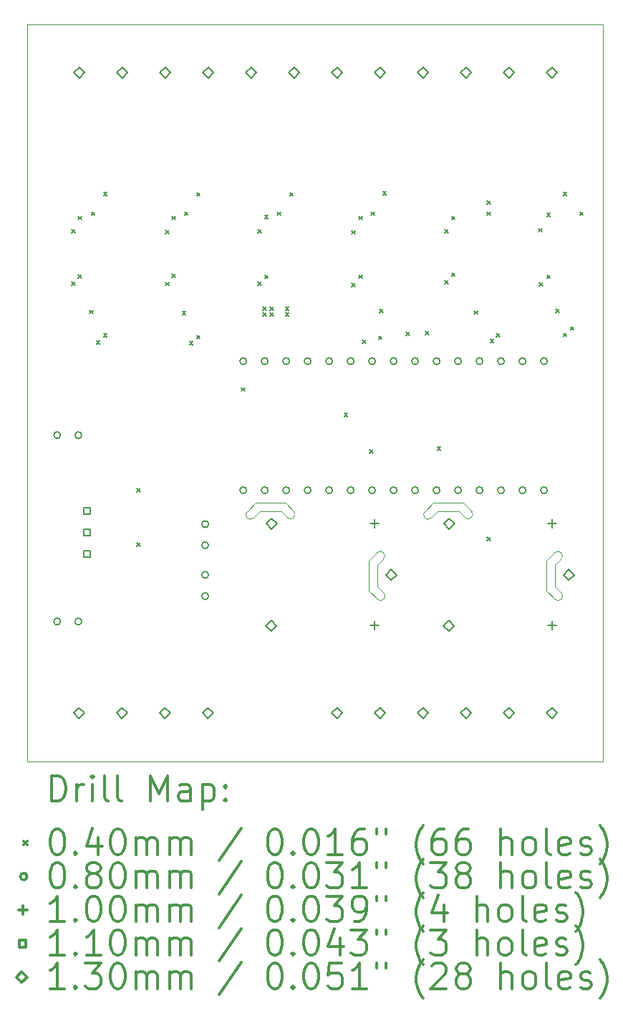
<source format=gbr>
%FSLAX45Y45*%
G04 Gerber Fmt 4.5, Leading zero omitted, Abs format (unit mm)*
G04 Created by KiCad (PCBNEW 5.1.4-e60b266~84~ubuntu18.04.1) date 2019-11-18 12:17:52*
%MOMM*%
%LPD*%
G04 APERTURE LIST*
%ADD10C,0.050000*%
%ADD11C,0.100000*%
%ADD12C,0.200000*%
%ADD13C,0.300000*%
G04 APERTURE END LIST*
D10*
X9135000Y-12685000D02*
X9135000Y-12935000D01*
X9135000Y-12935000D02*
X9185000Y-12985000D01*
X9135000Y-12685000D02*
X9185000Y-12635000D01*
X9210000Y-13010000D02*
G75*
G02X9135000Y-13085000I-35000J-40000D01*
G01*
X9035000Y-12635000D02*
X9135000Y-12535000D01*
X9185000Y-12985000D02*
X9210000Y-13010000D01*
X9135000Y-12535000D02*
G75*
G02X9210000Y-12610000I35000J-40000D01*
G01*
X9210000Y-12610000D02*
X9185000Y-12635000D01*
X9035000Y-12635000D02*
X9035000Y-12985000D01*
X9035000Y-12985000D02*
X9135000Y-13085000D01*
X11235000Y-12685000D02*
X11235000Y-12935000D01*
X11235000Y-12935000D02*
X11285000Y-12985000D01*
X11235000Y-12685000D02*
X11285000Y-12635000D01*
X11310000Y-13010000D02*
G75*
G02X11235000Y-13085000I-35000J-40000D01*
G01*
X11135000Y-12635000D02*
X11235000Y-12535000D01*
X11285000Y-12985000D02*
X11310000Y-13010000D01*
X11235000Y-12535000D02*
G75*
G02X11310000Y-12610000I35000J-40000D01*
G01*
X11310000Y-12610000D02*
X11285000Y-12635000D01*
X11135000Y-12635000D02*
X11135000Y-12985000D01*
X11135000Y-12985000D02*
X11235000Y-13085000D01*
X10100000Y-12050000D02*
X9850000Y-12050000D01*
X9850000Y-12050000D02*
X9800000Y-12100000D01*
X10100000Y-12050000D02*
X10150000Y-12100000D01*
X9775000Y-12125000D02*
G75*
G02X9700000Y-12050000I-40000J35000D01*
G01*
X10150000Y-11950000D02*
X10250000Y-12050000D01*
X9800000Y-12100000D02*
X9775000Y-12125000D01*
X10250000Y-12050000D02*
G75*
G02X10175000Y-12125000I-40000J-35000D01*
G01*
X10175000Y-12125000D02*
X10150000Y-12100000D01*
X10150000Y-11950000D02*
X9800000Y-11950000D01*
X9800000Y-11950000D02*
X9700000Y-12050000D01*
X8150000Y-12050000D02*
G75*
G02X8075000Y-12125000I-40000J-35000D01*
G01*
X7675000Y-12125000D02*
G75*
G02X7600000Y-12050000I-40000J35000D01*
G01*
X7700000Y-12100000D02*
X7675000Y-12125000D01*
X8075000Y-12125000D02*
X8050000Y-12100000D01*
X8050000Y-11950000D02*
X8150000Y-12050000D01*
X7700000Y-11950000D02*
X7600000Y-12050000D01*
X8050000Y-11950000D02*
X7700000Y-11950000D01*
X8000000Y-12050000D02*
X8050000Y-12100000D01*
X7750000Y-12050000D02*
X7700000Y-12100000D01*
X8000000Y-12050000D02*
X7750000Y-12050000D01*
D11*
X5000000Y-6300000D02*
X5000000Y-15000000D01*
X11800000Y-6300000D02*
X5000000Y-6300000D01*
X11800000Y-15000000D02*
X11800000Y-6300000D01*
X5000000Y-15000000D02*
X11800000Y-15000000D01*
D12*
X5525000Y-8725000D02*
X5565000Y-8765000D01*
X5565000Y-8725000D02*
X5525000Y-8765000D01*
X5525000Y-9340000D02*
X5565000Y-9380000D01*
X5565000Y-9340000D02*
X5525000Y-9380000D01*
X5600000Y-8565000D02*
X5640000Y-8605000D01*
X5640000Y-8565000D02*
X5600000Y-8605000D01*
X5600000Y-9255000D02*
X5640000Y-9295000D01*
X5640000Y-9255000D02*
X5600000Y-9295000D01*
X5735000Y-9675000D02*
X5775000Y-9715000D01*
X5775000Y-9675000D02*
X5735000Y-9715000D01*
X5755000Y-8515000D02*
X5795000Y-8555000D01*
X5795000Y-8515000D02*
X5755000Y-8555000D01*
X5815000Y-10035000D02*
X5855000Y-10075000D01*
X5855000Y-10035000D02*
X5815000Y-10075000D01*
X5900000Y-8280000D02*
X5940000Y-8320000D01*
X5940000Y-8280000D02*
X5900000Y-8320000D01*
X5900000Y-9950000D02*
X5940000Y-9990000D01*
X5940000Y-9950000D02*
X5900000Y-9990000D01*
X6295000Y-11780000D02*
X6335000Y-11820000D01*
X6335000Y-11780000D02*
X6295000Y-11820000D01*
X6295000Y-12420000D02*
X6335000Y-12460000D01*
X6335000Y-12420000D02*
X6295000Y-12460000D01*
X6630000Y-8730000D02*
X6670000Y-8770000D01*
X6670000Y-8730000D02*
X6630000Y-8770000D01*
X6630000Y-9345000D02*
X6670000Y-9385000D01*
X6670000Y-9345000D02*
X6630000Y-9385000D01*
X6705000Y-8565000D02*
X6745000Y-8605000D01*
X6745000Y-8565000D02*
X6705000Y-8605000D01*
X6705000Y-9250000D02*
X6745000Y-9290000D01*
X6745000Y-9250000D02*
X6705000Y-9290000D01*
X6830000Y-9685000D02*
X6870000Y-9725000D01*
X6870000Y-9685000D02*
X6830000Y-9725000D01*
X6855000Y-8515000D02*
X6895000Y-8555000D01*
X6895000Y-8515000D02*
X6855000Y-8555000D01*
X6915000Y-10045000D02*
X6955000Y-10085000D01*
X6955000Y-10045000D02*
X6915000Y-10085000D01*
X7000000Y-8285000D02*
X7040000Y-8325000D01*
X7040000Y-8285000D02*
X7000000Y-8325000D01*
X7000000Y-9970000D02*
X7040000Y-10010000D01*
X7040000Y-9970000D02*
X7000000Y-10010000D01*
X7530000Y-10590000D02*
X7570000Y-10630000D01*
X7570000Y-10590000D02*
X7530000Y-10630000D01*
X7725000Y-8725000D02*
X7765000Y-8765000D01*
X7765000Y-8725000D02*
X7725000Y-8765000D01*
X7725000Y-9340000D02*
X7765000Y-9380000D01*
X7765000Y-9340000D02*
X7725000Y-9380000D01*
X7785000Y-9635000D02*
X7825000Y-9675000D01*
X7825000Y-9635000D02*
X7785000Y-9675000D01*
X7785000Y-9705000D02*
X7825000Y-9745000D01*
X7825000Y-9705000D02*
X7785000Y-9745000D01*
X7805000Y-8555000D02*
X7845000Y-8595000D01*
X7845000Y-8555000D02*
X7805000Y-8595000D01*
X7805000Y-9260000D02*
X7845000Y-9300000D01*
X7845000Y-9260000D02*
X7805000Y-9300000D01*
X7865000Y-9635000D02*
X7905000Y-9675000D01*
X7905000Y-9635000D02*
X7865000Y-9675000D01*
X7865000Y-9705000D02*
X7905000Y-9745000D01*
X7905000Y-9705000D02*
X7865000Y-9745000D01*
X7955000Y-8515000D02*
X7995000Y-8555000D01*
X7995000Y-8515000D02*
X7955000Y-8555000D01*
X8050000Y-9635000D02*
X8090000Y-9675000D01*
X8090000Y-9635000D02*
X8050000Y-9675000D01*
X8050000Y-9705000D02*
X8090000Y-9745000D01*
X8090000Y-9705000D02*
X8050000Y-9745000D01*
X8100000Y-8285000D02*
X8140000Y-8325000D01*
X8140000Y-8285000D02*
X8100000Y-8325000D01*
X8745000Y-10890000D02*
X8785000Y-10930000D01*
X8785000Y-10890000D02*
X8745000Y-10930000D01*
X8835000Y-8735000D02*
X8875000Y-8775000D01*
X8875000Y-8735000D02*
X8835000Y-8775000D01*
X8835000Y-9355000D02*
X8875000Y-9395000D01*
X8875000Y-9355000D02*
X8835000Y-9395000D01*
X8915000Y-8565000D02*
X8955000Y-8605000D01*
X8955000Y-8565000D02*
X8915000Y-8605000D01*
X8915000Y-9260000D02*
X8955000Y-9300000D01*
X8955000Y-9260000D02*
X8915000Y-9300000D01*
X8960000Y-10025000D02*
X9000000Y-10065000D01*
X9000000Y-10025000D02*
X8960000Y-10065000D01*
X9045000Y-11320000D02*
X9085000Y-11360000D01*
X9085000Y-11320000D02*
X9045000Y-11360000D01*
X9060000Y-8515000D02*
X9100000Y-8555000D01*
X9100000Y-8515000D02*
X9060000Y-8555000D01*
X9150000Y-9980000D02*
X9190000Y-10020000D01*
X9190000Y-9980000D02*
X9150000Y-10020000D01*
X9165000Y-9665000D02*
X9205000Y-9705000D01*
X9205000Y-9665000D02*
X9165000Y-9705000D01*
X9200000Y-8275000D02*
X9240000Y-8315000D01*
X9240000Y-8275000D02*
X9200000Y-8315000D01*
X9475000Y-9930000D02*
X9515000Y-9970000D01*
X9515000Y-9930000D02*
X9475000Y-9970000D01*
X9705000Y-9925000D02*
X9745000Y-9965000D01*
X9745000Y-9925000D02*
X9705000Y-9965000D01*
X9845000Y-11285000D02*
X9885000Y-11325000D01*
X9885000Y-11285000D02*
X9845000Y-11325000D01*
X9935000Y-8725000D02*
X9975000Y-8765000D01*
X9975000Y-8725000D02*
X9935000Y-8765000D01*
X9935000Y-9325000D02*
X9975000Y-9365000D01*
X9975000Y-9325000D02*
X9935000Y-9365000D01*
X10015000Y-8565000D02*
X10055000Y-8605000D01*
X10055000Y-8565000D02*
X10015000Y-8605000D01*
X10015000Y-9235000D02*
X10055000Y-9275000D01*
X10055000Y-9235000D02*
X10015000Y-9275000D01*
X10282500Y-9682500D02*
X10322500Y-9722500D01*
X10322500Y-9682500D02*
X10282500Y-9722500D01*
X10435000Y-8385000D02*
X10475000Y-8425000D01*
X10475000Y-8385000D02*
X10435000Y-8425000D01*
X10435000Y-8515000D02*
X10475000Y-8555000D01*
X10475000Y-8515000D02*
X10435000Y-8555000D01*
X10435000Y-12355000D02*
X10475000Y-12395000D01*
X10475000Y-12355000D02*
X10435000Y-12395000D01*
X10470000Y-10020000D02*
X10510000Y-10060000D01*
X10510000Y-10020000D02*
X10470000Y-10060000D01*
X10545000Y-9950000D02*
X10585000Y-9990000D01*
X10585000Y-9950000D02*
X10545000Y-9990000D01*
X11045000Y-8710000D02*
X11085000Y-8750000D01*
X11085000Y-8710000D02*
X11045000Y-8750000D01*
X11050000Y-9350000D02*
X11090000Y-9390000D01*
X11090000Y-9350000D02*
X11050000Y-9390000D01*
X11140000Y-8530000D02*
X11180000Y-8570000D01*
X11180000Y-8530000D02*
X11140000Y-8570000D01*
X11140000Y-9260000D02*
X11180000Y-9300000D01*
X11180000Y-9260000D02*
X11140000Y-9300000D01*
X11245000Y-9665000D02*
X11285000Y-9705000D01*
X11285000Y-9665000D02*
X11245000Y-9705000D01*
X11335000Y-8280000D02*
X11375000Y-8320000D01*
X11375000Y-8280000D02*
X11335000Y-8320000D01*
X11335000Y-9945000D02*
X11375000Y-9985000D01*
X11375000Y-9945000D02*
X11335000Y-9985000D01*
X11420000Y-9870000D02*
X11460000Y-9910000D01*
X11460000Y-9870000D02*
X11420000Y-9910000D01*
X11530000Y-8515000D02*
X11570000Y-8555000D01*
X11570000Y-8515000D02*
X11530000Y-8555000D01*
X7140000Y-12800000D02*
G75*
G03X7140000Y-12800000I-40000J0D01*
G01*
X7140000Y-13050000D02*
G75*
G03X7140000Y-13050000I-40000J0D01*
G01*
X7590000Y-10276000D02*
G75*
G03X7590000Y-10276000I-40000J0D01*
G01*
X7590000Y-11800000D02*
G75*
G03X7590000Y-11800000I-40000J0D01*
G01*
X7844000Y-10276000D02*
G75*
G03X7844000Y-10276000I-40000J0D01*
G01*
X7844000Y-11800000D02*
G75*
G03X7844000Y-11800000I-40000J0D01*
G01*
X8098000Y-10276000D02*
G75*
G03X8098000Y-10276000I-40000J0D01*
G01*
X8098000Y-11800000D02*
G75*
G03X8098000Y-11800000I-40000J0D01*
G01*
X8352000Y-10276000D02*
G75*
G03X8352000Y-10276000I-40000J0D01*
G01*
X8352000Y-11800000D02*
G75*
G03X8352000Y-11800000I-40000J0D01*
G01*
X8606000Y-10276000D02*
G75*
G03X8606000Y-10276000I-40000J0D01*
G01*
X8606000Y-11800000D02*
G75*
G03X8606000Y-11800000I-40000J0D01*
G01*
X8860000Y-10276000D02*
G75*
G03X8860000Y-10276000I-40000J0D01*
G01*
X8860000Y-11800000D02*
G75*
G03X8860000Y-11800000I-40000J0D01*
G01*
X9114000Y-10276000D02*
G75*
G03X9114000Y-10276000I-40000J0D01*
G01*
X9114000Y-11800000D02*
G75*
G03X9114000Y-11800000I-40000J0D01*
G01*
X9368000Y-10276000D02*
G75*
G03X9368000Y-10276000I-40000J0D01*
G01*
X9368000Y-11800000D02*
G75*
G03X9368000Y-11800000I-40000J0D01*
G01*
X9622000Y-10276000D02*
G75*
G03X9622000Y-10276000I-40000J0D01*
G01*
X9622000Y-11800000D02*
G75*
G03X9622000Y-11800000I-40000J0D01*
G01*
X9876000Y-10276000D02*
G75*
G03X9876000Y-10276000I-40000J0D01*
G01*
X9876000Y-11800000D02*
G75*
G03X9876000Y-11800000I-40000J0D01*
G01*
X10130000Y-10276000D02*
G75*
G03X10130000Y-10276000I-40000J0D01*
G01*
X10130000Y-11800000D02*
G75*
G03X10130000Y-11800000I-40000J0D01*
G01*
X10384000Y-10276000D02*
G75*
G03X10384000Y-10276000I-40000J0D01*
G01*
X10384000Y-11800000D02*
G75*
G03X10384000Y-11800000I-40000J0D01*
G01*
X10638000Y-10276000D02*
G75*
G03X10638000Y-10276000I-40000J0D01*
G01*
X10638000Y-11800000D02*
G75*
G03X10638000Y-11800000I-40000J0D01*
G01*
X10892000Y-10276000D02*
G75*
G03X10892000Y-10276000I-40000J0D01*
G01*
X10892000Y-11800000D02*
G75*
G03X10892000Y-11800000I-40000J0D01*
G01*
X11146000Y-10276000D02*
G75*
G03X11146000Y-10276000I-40000J0D01*
G01*
X11146000Y-11800000D02*
G75*
G03X11146000Y-11800000I-40000J0D01*
G01*
X7140000Y-12200000D02*
G75*
G03X7140000Y-12200000I-40000J0D01*
G01*
X7140000Y-12450000D02*
G75*
G03X7140000Y-12450000I-40000J0D01*
G01*
X5390000Y-13350000D02*
G75*
G03X5390000Y-13350000I-40000J0D01*
G01*
X5640000Y-13350000D02*
G75*
G03X5640000Y-13350000I-40000J0D01*
G01*
X5390000Y-11150000D02*
G75*
G03X5390000Y-11150000I-40000J0D01*
G01*
X5640000Y-11150000D02*
G75*
G03X5640000Y-11150000I-40000J0D01*
G01*
X9105000Y-12145000D02*
X9105000Y-12245000D01*
X9055000Y-12195000D02*
X9155000Y-12195000D01*
X9105000Y-13345000D02*
X9105000Y-13445000D01*
X9055000Y-13395000D02*
X9155000Y-13395000D01*
X11205000Y-12145000D02*
X11205000Y-12245000D01*
X11155000Y-12195000D02*
X11255000Y-12195000D01*
X11205000Y-13345000D02*
X11205000Y-13445000D01*
X11155000Y-13395000D02*
X11255000Y-13395000D01*
X5738891Y-12080891D02*
X5738891Y-12003109D01*
X5661109Y-12003109D01*
X5661109Y-12080891D01*
X5738891Y-12080891D01*
X5738891Y-12334891D02*
X5738891Y-12257109D01*
X5661109Y-12257109D01*
X5661109Y-12334891D01*
X5738891Y-12334891D01*
X5738891Y-12588891D02*
X5738891Y-12511109D01*
X5661109Y-12511109D01*
X5661109Y-12588891D01*
X5738891Y-12588891D01*
X8660000Y-14495000D02*
X8725000Y-14430000D01*
X8660000Y-14365000D01*
X8595000Y-14430000D01*
X8660000Y-14495000D01*
X9168000Y-14495000D02*
X9233000Y-14430000D01*
X9168000Y-14365000D01*
X9103000Y-14430000D01*
X9168000Y-14495000D01*
X9676000Y-14495000D02*
X9741000Y-14430000D01*
X9676000Y-14365000D01*
X9611000Y-14430000D01*
X9676000Y-14495000D01*
X10184000Y-14495000D02*
X10249000Y-14430000D01*
X10184000Y-14365000D01*
X10119000Y-14430000D01*
X10184000Y-14495000D01*
X10692000Y-14495000D02*
X10757000Y-14430000D01*
X10692000Y-14365000D01*
X10627000Y-14430000D01*
X10692000Y-14495000D01*
X11200000Y-14495000D02*
X11265000Y-14430000D01*
X11200000Y-14365000D01*
X11135000Y-14430000D01*
X11200000Y-14495000D01*
X5610000Y-14495000D02*
X5675000Y-14430000D01*
X5610000Y-14365000D01*
X5545000Y-14430000D01*
X5610000Y-14495000D01*
X6118000Y-14495000D02*
X6183000Y-14430000D01*
X6118000Y-14365000D01*
X6053000Y-14430000D01*
X6118000Y-14495000D01*
X6626000Y-14495000D02*
X6691000Y-14430000D01*
X6626000Y-14365000D01*
X6561000Y-14430000D01*
X6626000Y-14495000D01*
X7134000Y-14495000D02*
X7199000Y-14430000D01*
X7134000Y-14365000D01*
X7069000Y-14430000D01*
X7134000Y-14495000D01*
X5612000Y-6935000D02*
X5677000Y-6870000D01*
X5612000Y-6805000D01*
X5547000Y-6870000D01*
X5612000Y-6935000D01*
X6120000Y-6935000D02*
X6185000Y-6870000D01*
X6120000Y-6805000D01*
X6055000Y-6870000D01*
X6120000Y-6935000D01*
X6628000Y-6935000D02*
X6693000Y-6870000D01*
X6628000Y-6805000D01*
X6563000Y-6870000D01*
X6628000Y-6935000D01*
X7136000Y-6935000D02*
X7201000Y-6870000D01*
X7136000Y-6805000D01*
X7071000Y-6870000D01*
X7136000Y-6935000D01*
X7644000Y-6935000D02*
X7709000Y-6870000D01*
X7644000Y-6805000D01*
X7579000Y-6870000D01*
X7644000Y-6935000D01*
X8152000Y-6935000D02*
X8217000Y-6870000D01*
X8152000Y-6805000D01*
X8087000Y-6870000D01*
X8152000Y-6935000D01*
X8660000Y-6935000D02*
X8725000Y-6870000D01*
X8660000Y-6805000D01*
X8595000Y-6870000D01*
X8660000Y-6935000D01*
X9168000Y-6935000D02*
X9233000Y-6870000D01*
X9168000Y-6805000D01*
X9103000Y-6870000D01*
X9168000Y-6935000D01*
X9676000Y-6935000D02*
X9741000Y-6870000D01*
X9676000Y-6805000D01*
X9611000Y-6870000D01*
X9676000Y-6935000D01*
X10184000Y-6935000D02*
X10249000Y-6870000D01*
X10184000Y-6805000D01*
X10119000Y-6870000D01*
X10184000Y-6935000D01*
X10692000Y-6935000D02*
X10757000Y-6870000D01*
X10692000Y-6805000D01*
X10627000Y-6870000D01*
X10692000Y-6935000D01*
X11200000Y-6935000D02*
X11265000Y-6870000D01*
X11200000Y-6805000D01*
X11135000Y-6870000D01*
X11200000Y-6935000D01*
X7880000Y-13465000D02*
X7945000Y-13400000D01*
X7880000Y-13335000D01*
X7815000Y-13400000D01*
X7880000Y-13465000D01*
X7885000Y-12260000D02*
X7950000Y-12195000D01*
X7885000Y-12130000D01*
X7820000Y-12195000D01*
X7885000Y-12260000D01*
X9300000Y-12865000D02*
X9365000Y-12800000D01*
X9300000Y-12735000D01*
X9235000Y-12800000D01*
X9300000Y-12865000D01*
X9980000Y-13465000D02*
X10045000Y-13400000D01*
X9980000Y-13335000D01*
X9915000Y-13400000D01*
X9980000Y-13465000D01*
X9985000Y-12260000D02*
X10050000Y-12195000D01*
X9985000Y-12130000D01*
X9920000Y-12195000D01*
X9985000Y-12260000D01*
X11400000Y-12865000D02*
X11465000Y-12800000D01*
X11400000Y-12735000D01*
X11335000Y-12800000D01*
X11400000Y-12865000D01*
D13*
X5281428Y-15470714D02*
X5281428Y-15170714D01*
X5352857Y-15170714D01*
X5395714Y-15185000D01*
X5424286Y-15213571D01*
X5438571Y-15242143D01*
X5452857Y-15299286D01*
X5452857Y-15342143D01*
X5438571Y-15399286D01*
X5424286Y-15427857D01*
X5395714Y-15456429D01*
X5352857Y-15470714D01*
X5281428Y-15470714D01*
X5581428Y-15470714D02*
X5581428Y-15270714D01*
X5581428Y-15327857D02*
X5595714Y-15299286D01*
X5610000Y-15285000D01*
X5638571Y-15270714D01*
X5667143Y-15270714D01*
X5767143Y-15470714D02*
X5767143Y-15270714D01*
X5767143Y-15170714D02*
X5752857Y-15185000D01*
X5767143Y-15199286D01*
X5781428Y-15185000D01*
X5767143Y-15170714D01*
X5767143Y-15199286D01*
X5952857Y-15470714D02*
X5924286Y-15456429D01*
X5910000Y-15427857D01*
X5910000Y-15170714D01*
X6110000Y-15470714D02*
X6081428Y-15456429D01*
X6067143Y-15427857D01*
X6067143Y-15170714D01*
X6452857Y-15470714D02*
X6452857Y-15170714D01*
X6552857Y-15385000D01*
X6652857Y-15170714D01*
X6652857Y-15470714D01*
X6924286Y-15470714D02*
X6924286Y-15313571D01*
X6910000Y-15285000D01*
X6881428Y-15270714D01*
X6824286Y-15270714D01*
X6795714Y-15285000D01*
X6924286Y-15456429D02*
X6895714Y-15470714D01*
X6824286Y-15470714D01*
X6795714Y-15456429D01*
X6781428Y-15427857D01*
X6781428Y-15399286D01*
X6795714Y-15370714D01*
X6824286Y-15356429D01*
X6895714Y-15356429D01*
X6924286Y-15342143D01*
X7067143Y-15270714D02*
X7067143Y-15570714D01*
X7067143Y-15285000D02*
X7095714Y-15270714D01*
X7152857Y-15270714D01*
X7181428Y-15285000D01*
X7195714Y-15299286D01*
X7210000Y-15327857D01*
X7210000Y-15413571D01*
X7195714Y-15442143D01*
X7181428Y-15456429D01*
X7152857Y-15470714D01*
X7095714Y-15470714D01*
X7067143Y-15456429D01*
X7338571Y-15442143D02*
X7352857Y-15456429D01*
X7338571Y-15470714D01*
X7324286Y-15456429D01*
X7338571Y-15442143D01*
X7338571Y-15470714D01*
X7338571Y-15285000D02*
X7352857Y-15299286D01*
X7338571Y-15313571D01*
X7324286Y-15299286D01*
X7338571Y-15285000D01*
X7338571Y-15313571D01*
X4955000Y-15945000D02*
X4995000Y-15985000D01*
X4995000Y-15945000D02*
X4955000Y-15985000D01*
X5338571Y-15800714D02*
X5367143Y-15800714D01*
X5395714Y-15815000D01*
X5410000Y-15829286D01*
X5424286Y-15857857D01*
X5438571Y-15915000D01*
X5438571Y-15986429D01*
X5424286Y-16043571D01*
X5410000Y-16072143D01*
X5395714Y-16086429D01*
X5367143Y-16100714D01*
X5338571Y-16100714D01*
X5310000Y-16086429D01*
X5295714Y-16072143D01*
X5281428Y-16043571D01*
X5267143Y-15986429D01*
X5267143Y-15915000D01*
X5281428Y-15857857D01*
X5295714Y-15829286D01*
X5310000Y-15815000D01*
X5338571Y-15800714D01*
X5567143Y-16072143D02*
X5581428Y-16086429D01*
X5567143Y-16100714D01*
X5552857Y-16086429D01*
X5567143Y-16072143D01*
X5567143Y-16100714D01*
X5838571Y-15900714D02*
X5838571Y-16100714D01*
X5767143Y-15786429D02*
X5695714Y-16000714D01*
X5881428Y-16000714D01*
X6052857Y-15800714D02*
X6081428Y-15800714D01*
X6110000Y-15815000D01*
X6124286Y-15829286D01*
X6138571Y-15857857D01*
X6152857Y-15915000D01*
X6152857Y-15986429D01*
X6138571Y-16043571D01*
X6124286Y-16072143D01*
X6110000Y-16086429D01*
X6081428Y-16100714D01*
X6052857Y-16100714D01*
X6024286Y-16086429D01*
X6010000Y-16072143D01*
X5995714Y-16043571D01*
X5981428Y-15986429D01*
X5981428Y-15915000D01*
X5995714Y-15857857D01*
X6010000Y-15829286D01*
X6024286Y-15815000D01*
X6052857Y-15800714D01*
X6281428Y-16100714D02*
X6281428Y-15900714D01*
X6281428Y-15929286D02*
X6295714Y-15915000D01*
X6324286Y-15900714D01*
X6367143Y-15900714D01*
X6395714Y-15915000D01*
X6410000Y-15943571D01*
X6410000Y-16100714D01*
X6410000Y-15943571D02*
X6424286Y-15915000D01*
X6452857Y-15900714D01*
X6495714Y-15900714D01*
X6524286Y-15915000D01*
X6538571Y-15943571D01*
X6538571Y-16100714D01*
X6681428Y-16100714D02*
X6681428Y-15900714D01*
X6681428Y-15929286D02*
X6695714Y-15915000D01*
X6724286Y-15900714D01*
X6767143Y-15900714D01*
X6795714Y-15915000D01*
X6810000Y-15943571D01*
X6810000Y-16100714D01*
X6810000Y-15943571D02*
X6824286Y-15915000D01*
X6852857Y-15900714D01*
X6895714Y-15900714D01*
X6924286Y-15915000D01*
X6938571Y-15943571D01*
X6938571Y-16100714D01*
X7524286Y-15786429D02*
X7267143Y-16172143D01*
X7910000Y-15800714D02*
X7938571Y-15800714D01*
X7967143Y-15815000D01*
X7981428Y-15829286D01*
X7995714Y-15857857D01*
X8010000Y-15915000D01*
X8010000Y-15986429D01*
X7995714Y-16043571D01*
X7981428Y-16072143D01*
X7967143Y-16086429D01*
X7938571Y-16100714D01*
X7910000Y-16100714D01*
X7881428Y-16086429D01*
X7867143Y-16072143D01*
X7852857Y-16043571D01*
X7838571Y-15986429D01*
X7838571Y-15915000D01*
X7852857Y-15857857D01*
X7867143Y-15829286D01*
X7881428Y-15815000D01*
X7910000Y-15800714D01*
X8138571Y-16072143D02*
X8152857Y-16086429D01*
X8138571Y-16100714D01*
X8124286Y-16086429D01*
X8138571Y-16072143D01*
X8138571Y-16100714D01*
X8338571Y-15800714D02*
X8367143Y-15800714D01*
X8395714Y-15815000D01*
X8410000Y-15829286D01*
X8424286Y-15857857D01*
X8438571Y-15915000D01*
X8438571Y-15986429D01*
X8424286Y-16043571D01*
X8410000Y-16072143D01*
X8395714Y-16086429D01*
X8367143Y-16100714D01*
X8338571Y-16100714D01*
X8310000Y-16086429D01*
X8295714Y-16072143D01*
X8281428Y-16043571D01*
X8267143Y-15986429D01*
X8267143Y-15915000D01*
X8281428Y-15857857D01*
X8295714Y-15829286D01*
X8310000Y-15815000D01*
X8338571Y-15800714D01*
X8724286Y-16100714D02*
X8552857Y-16100714D01*
X8638571Y-16100714D02*
X8638571Y-15800714D01*
X8610000Y-15843571D01*
X8581428Y-15872143D01*
X8552857Y-15886429D01*
X8981428Y-15800714D02*
X8924286Y-15800714D01*
X8895714Y-15815000D01*
X8881428Y-15829286D01*
X8852857Y-15872143D01*
X8838571Y-15929286D01*
X8838571Y-16043571D01*
X8852857Y-16072143D01*
X8867143Y-16086429D01*
X8895714Y-16100714D01*
X8952857Y-16100714D01*
X8981428Y-16086429D01*
X8995714Y-16072143D01*
X9010000Y-16043571D01*
X9010000Y-15972143D01*
X8995714Y-15943571D01*
X8981428Y-15929286D01*
X8952857Y-15915000D01*
X8895714Y-15915000D01*
X8867143Y-15929286D01*
X8852857Y-15943571D01*
X8838571Y-15972143D01*
X9124286Y-15800714D02*
X9124286Y-15857857D01*
X9238571Y-15800714D02*
X9238571Y-15857857D01*
X9681428Y-16215000D02*
X9667143Y-16200714D01*
X9638571Y-16157857D01*
X9624286Y-16129286D01*
X9610000Y-16086429D01*
X9595714Y-16015000D01*
X9595714Y-15957857D01*
X9610000Y-15886429D01*
X9624286Y-15843571D01*
X9638571Y-15815000D01*
X9667143Y-15772143D01*
X9681428Y-15757857D01*
X9924286Y-15800714D02*
X9867143Y-15800714D01*
X9838571Y-15815000D01*
X9824286Y-15829286D01*
X9795714Y-15872143D01*
X9781428Y-15929286D01*
X9781428Y-16043571D01*
X9795714Y-16072143D01*
X9810000Y-16086429D01*
X9838571Y-16100714D01*
X9895714Y-16100714D01*
X9924286Y-16086429D01*
X9938571Y-16072143D01*
X9952857Y-16043571D01*
X9952857Y-15972143D01*
X9938571Y-15943571D01*
X9924286Y-15929286D01*
X9895714Y-15915000D01*
X9838571Y-15915000D01*
X9810000Y-15929286D01*
X9795714Y-15943571D01*
X9781428Y-15972143D01*
X10210000Y-15800714D02*
X10152857Y-15800714D01*
X10124286Y-15815000D01*
X10110000Y-15829286D01*
X10081428Y-15872143D01*
X10067143Y-15929286D01*
X10067143Y-16043571D01*
X10081428Y-16072143D01*
X10095714Y-16086429D01*
X10124286Y-16100714D01*
X10181428Y-16100714D01*
X10210000Y-16086429D01*
X10224286Y-16072143D01*
X10238571Y-16043571D01*
X10238571Y-15972143D01*
X10224286Y-15943571D01*
X10210000Y-15929286D01*
X10181428Y-15915000D01*
X10124286Y-15915000D01*
X10095714Y-15929286D01*
X10081428Y-15943571D01*
X10067143Y-15972143D01*
X10595714Y-16100714D02*
X10595714Y-15800714D01*
X10724286Y-16100714D02*
X10724286Y-15943571D01*
X10710000Y-15915000D01*
X10681428Y-15900714D01*
X10638571Y-15900714D01*
X10610000Y-15915000D01*
X10595714Y-15929286D01*
X10910000Y-16100714D02*
X10881428Y-16086429D01*
X10867143Y-16072143D01*
X10852857Y-16043571D01*
X10852857Y-15957857D01*
X10867143Y-15929286D01*
X10881428Y-15915000D01*
X10910000Y-15900714D01*
X10952857Y-15900714D01*
X10981428Y-15915000D01*
X10995714Y-15929286D01*
X11010000Y-15957857D01*
X11010000Y-16043571D01*
X10995714Y-16072143D01*
X10981428Y-16086429D01*
X10952857Y-16100714D01*
X10910000Y-16100714D01*
X11181428Y-16100714D02*
X11152857Y-16086429D01*
X11138571Y-16057857D01*
X11138571Y-15800714D01*
X11410000Y-16086429D02*
X11381428Y-16100714D01*
X11324286Y-16100714D01*
X11295714Y-16086429D01*
X11281428Y-16057857D01*
X11281428Y-15943571D01*
X11295714Y-15915000D01*
X11324286Y-15900714D01*
X11381428Y-15900714D01*
X11410000Y-15915000D01*
X11424286Y-15943571D01*
X11424286Y-15972143D01*
X11281428Y-16000714D01*
X11538571Y-16086429D02*
X11567143Y-16100714D01*
X11624286Y-16100714D01*
X11652857Y-16086429D01*
X11667143Y-16057857D01*
X11667143Y-16043571D01*
X11652857Y-16015000D01*
X11624286Y-16000714D01*
X11581428Y-16000714D01*
X11552857Y-15986429D01*
X11538571Y-15957857D01*
X11538571Y-15943571D01*
X11552857Y-15915000D01*
X11581428Y-15900714D01*
X11624286Y-15900714D01*
X11652857Y-15915000D01*
X11767143Y-16215000D02*
X11781428Y-16200714D01*
X11810000Y-16157857D01*
X11824286Y-16129286D01*
X11838571Y-16086429D01*
X11852857Y-16015000D01*
X11852857Y-15957857D01*
X11838571Y-15886429D01*
X11824286Y-15843571D01*
X11810000Y-15815000D01*
X11781428Y-15772143D01*
X11767143Y-15757857D01*
X4995000Y-16361000D02*
G75*
G03X4995000Y-16361000I-40000J0D01*
G01*
X5338571Y-16196714D02*
X5367143Y-16196714D01*
X5395714Y-16211000D01*
X5410000Y-16225286D01*
X5424286Y-16253857D01*
X5438571Y-16311000D01*
X5438571Y-16382429D01*
X5424286Y-16439571D01*
X5410000Y-16468143D01*
X5395714Y-16482429D01*
X5367143Y-16496714D01*
X5338571Y-16496714D01*
X5310000Y-16482429D01*
X5295714Y-16468143D01*
X5281428Y-16439571D01*
X5267143Y-16382429D01*
X5267143Y-16311000D01*
X5281428Y-16253857D01*
X5295714Y-16225286D01*
X5310000Y-16211000D01*
X5338571Y-16196714D01*
X5567143Y-16468143D02*
X5581428Y-16482429D01*
X5567143Y-16496714D01*
X5552857Y-16482429D01*
X5567143Y-16468143D01*
X5567143Y-16496714D01*
X5752857Y-16325286D02*
X5724286Y-16311000D01*
X5710000Y-16296714D01*
X5695714Y-16268143D01*
X5695714Y-16253857D01*
X5710000Y-16225286D01*
X5724286Y-16211000D01*
X5752857Y-16196714D01*
X5810000Y-16196714D01*
X5838571Y-16211000D01*
X5852857Y-16225286D01*
X5867143Y-16253857D01*
X5867143Y-16268143D01*
X5852857Y-16296714D01*
X5838571Y-16311000D01*
X5810000Y-16325286D01*
X5752857Y-16325286D01*
X5724286Y-16339571D01*
X5710000Y-16353857D01*
X5695714Y-16382429D01*
X5695714Y-16439571D01*
X5710000Y-16468143D01*
X5724286Y-16482429D01*
X5752857Y-16496714D01*
X5810000Y-16496714D01*
X5838571Y-16482429D01*
X5852857Y-16468143D01*
X5867143Y-16439571D01*
X5867143Y-16382429D01*
X5852857Y-16353857D01*
X5838571Y-16339571D01*
X5810000Y-16325286D01*
X6052857Y-16196714D02*
X6081428Y-16196714D01*
X6110000Y-16211000D01*
X6124286Y-16225286D01*
X6138571Y-16253857D01*
X6152857Y-16311000D01*
X6152857Y-16382429D01*
X6138571Y-16439571D01*
X6124286Y-16468143D01*
X6110000Y-16482429D01*
X6081428Y-16496714D01*
X6052857Y-16496714D01*
X6024286Y-16482429D01*
X6010000Y-16468143D01*
X5995714Y-16439571D01*
X5981428Y-16382429D01*
X5981428Y-16311000D01*
X5995714Y-16253857D01*
X6010000Y-16225286D01*
X6024286Y-16211000D01*
X6052857Y-16196714D01*
X6281428Y-16496714D02*
X6281428Y-16296714D01*
X6281428Y-16325286D02*
X6295714Y-16311000D01*
X6324286Y-16296714D01*
X6367143Y-16296714D01*
X6395714Y-16311000D01*
X6410000Y-16339571D01*
X6410000Y-16496714D01*
X6410000Y-16339571D02*
X6424286Y-16311000D01*
X6452857Y-16296714D01*
X6495714Y-16296714D01*
X6524286Y-16311000D01*
X6538571Y-16339571D01*
X6538571Y-16496714D01*
X6681428Y-16496714D02*
X6681428Y-16296714D01*
X6681428Y-16325286D02*
X6695714Y-16311000D01*
X6724286Y-16296714D01*
X6767143Y-16296714D01*
X6795714Y-16311000D01*
X6810000Y-16339571D01*
X6810000Y-16496714D01*
X6810000Y-16339571D02*
X6824286Y-16311000D01*
X6852857Y-16296714D01*
X6895714Y-16296714D01*
X6924286Y-16311000D01*
X6938571Y-16339571D01*
X6938571Y-16496714D01*
X7524286Y-16182429D02*
X7267143Y-16568143D01*
X7910000Y-16196714D02*
X7938571Y-16196714D01*
X7967143Y-16211000D01*
X7981428Y-16225286D01*
X7995714Y-16253857D01*
X8010000Y-16311000D01*
X8010000Y-16382429D01*
X7995714Y-16439571D01*
X7981428Y-16468143D01*
X7967143Y-16482429D01*
X7938571Y-16496714D01*
X7910000Y-16496714D01*
X7881428Y-16482429D01*
X7867143Y-16468143D01*
X7852857Y-16439571D01*
X7838571Y-16382429D01*
X7838571Y-16311000D01*
X7852857Y-16253857D01*
X7867143Y-16225286D01*
X7881428Y-16211000D01*
X7910000Y-16196714D01*
X8138571Y-16468143D02*
X8152857Y-16482429D01*
X8138571Y-16496714D01*
X8124286Y-16482429D01*
X8138571Y-16468143D01*
X8138571Y-16496714D01*
X8338571Y-16196714D02*
X8367143Y-16196714D01*
X8395714Y-16211000D01*
X8410000Y-16225286D01*
X8424286Y-16253857D01*
X8438571Y-16311000D01*
X8438571Y-16382429D01*
X8424286Y-16439571D01*
X8410000Y-16468143D01*
X8395714Y-16482429D01*
X8367143Y-16496714D01*
X8338571Y-16496714D01*
X8310000Y-16482429D01*
X8295714Y-16468143D01*
X8281428Y-16439571D01*
X8267143Y-16382429D01*
X8267143Y-16311000D01*
X8281428Y-16253857D01*
X8295714Y-16225286D01*
X8310000Y-16211000D01*
X8338571Y-16196714D01*
X8538571Y-16196714D02*
X8724286Y-16196714D01*
X8624286Y-16311000D01*
X8667143Y-16311000D01*
X8695714Y-16325286D01*
X8710000Y-16339571D01*
X8724286Y-16368143D01*
X8724286Y-16439571D01*
X8710000Y-16468143D01*
X8695714Y-16482429D01*
X8667143Y-16496714D01*
X8581428Y-16496714D01*
X8552857Y-16482429D01*
X8538571Y-16468143D01*
X9010000Y-16496714D02*
X8838571Y-16496714D01*
X8924286Y-16496714D02*
X8924286Y-16196714D01*
X8895714Y-16239571D01*
X8867143Y-16268143D01*
X8838571Y-16282429D01*
X9124286Y-16196714D02*
X9124286Y-16253857D01*
X9238571Y-16196714D02*
X9238571Y-16253857D01*
X9681428Y-16611000D02*
X9667143Y-16596714D01*
X9638571Y-16553857D01*
X9624286Y-16525286D01*
X9610000Y-16482429D01*
X9595714Y-16411000D01*
X9595714Y-16353857D01*
X9610000Y-16282429D01*
X9624286Y-16239571D01*
X9638571Y-16211000D01*
X9667143Y-16168143D01*
X9681428Y-16153857D01*
X9767143Y-16196714D02*
X9952857Y-16196714D01*
X9852857Y-16311000D01*
X9895714Y-16311000D01*
X9924286Y-16325286D01*
X9938571Y-16339571D01*
X9952857Y-16368143D01*
X9952857Y-16439571D01*
X9938571Y-16468143D01*
X9924286Y-16482429D01*
X9895714Y-16496714D01*
X9810000Y-16496714D01*
X9781428Y-16482429D01*
X9767143Y-16468143D01*
X10124286Y-16325286D02*
X10095714Y-16311000D01*
X10081428Y-16296714D01*
X10067143Y-16268143D01*
X10067143Y-16253857D01*
X10081428Y-16225286D01*
X10095714Y-16211000D01*
X10124286Y-16196714D01*
X10181428Y-16196714D01*
X10210000Y-16211000D01*
X10224286Y-16225286D01*
X10238571Y-16253857D01*
X10238571Y-16268143D01*
X10224286Y-16296714D01*
X10210000Y-16311000D01*
X10181428Y-16325286D01*
X10124286Y-16325286D01*
X10095714Y-16339571D01*
X10081428Y-16353857D01*
X10067143Y-16382429D01*
X10067143Y-16439571D01*
X10081428Y-16468143D01*
X10095714Y-16482429D01*
X10124286Y-16496714D01*
X10181428Y-16496714D01*
X10210000Y-16482429D01*
X10224286Y-16468143D01*
X10238571Y-16439571D01*
X10238571Y-16382429D01*
X10224286Y-16353857D01*
X10210000Y-16339571D01*
X10181428Y-16325286D01*
X10595714Y-16496714D02*
X10595714Y-16196714D01*
X10724286Y-16496714D02*
X10724286Y-16339571D01*
X10710000Y-16311000D01*
X10681428Y-16296714D01*
X10638571Y-16296714D01*
X10610000Y-16311000D01*
X10595714Y-16325286D01*
X10910000Y-16496714D02*
X10881428Y-16482429D01*
X10867143Y-16468143D01*
X10852857Y-16439571D01*
X10852857Y-16353857D01*
X10867143Y-16325286D01*
X10881428Y-16311000D01*
X10910000Y-16296714D01*
X10952857Y-16296714D01*
X10981428Y-16311000D01*
X10995714Y-16325286D01*
X11010000Y-16353857D01*
X11010000Y-16439571D01*
X10995714Y-16468143D01*
X10981428Y-16482429D01*
X10952857Y-16496714D01*
X10910000Y-16496714D01*
X11181428Y-16496714D02*
X11152857Y-16482429D01*
X11138571Y-16453857D01*
X11138571Y-16196714D01*
X11410000Y-16482429D02*
X11381428Y-16496714D01*
X11324286Y-16496714D01*
X11295714Y-16482429D01*
X11281428Y-16453857D01*
X11281428Y-16339571D01*
X11295714Y-16311000D01*
X11324286Y-16296714D01*
X11381428Y-16296714D01*
X11410000Y-16311000D01*
X11424286Y-16339571D01*
X11424286Y-16368143D01*
X11281428Y-16396714D01*
X11538571Y-16482429D02*
X11567143Y-16496714D01*
X11624286Y-16496714D01*
X11652857Y-16482429D01*
X11667143Y-16453857D01*
X11667143Y-16439571D01*
X11652857Y-16411000D01*
X11624286Y-16396714D01*
X11581428Y-16396714D01*
X11552857Y-16382429D01*
X11538571Y-16353857D01*
X11538571Y-16339571D01*
X11552857Y-16311000D01*
X11581428Y-16296714D01*
X11624286Y-16296714D01*
X11652857Y-16311000D01*
X11767143Y-16611000D02*
X11781428Y-16596714D01*
X11810000Y-16553857D01*
X11824286Y-16525286D01*
X11838571Y-16482429D01*
X11852857Y-16411000D01*
X11852857Y-16353857D01*
X11838571Y-16282429D01*
X11824286Y-16239571D01*
X11810000Y-16211000D01*
X11781428Y-16168143D01*
X11767143Y-16153857D01*
X4945000Y-16707000D02*
X4945000Y-16807000D01*
X4895000Y-16757000D02*
X4995000Y-16757000D01*
X5438571Y-16892714D02*
X5267143Y-16892714D01*
X5352857Y-16892714D02*
X5352857Y-16592714D01*
X5324286Y-16635571D01*
X5295714Y-16664143D01*
X5267143Y-16678429D01*
X5567143Y-16864143D02*
X5581428Y-16878429D01*
X5567143Y-16892714D01*
X5552857Y-16878429D01*
X5567143Y-16864143D01*
X5567143Y-16892714D01*
X5767143Y-16592714D02*
X5795714Y-16592714D01*
X5824286Y-16607000D01*
X5838571Y-16621286D01*
X5852857Y-16649857D01*
X5867143Y-16707000D01*
X5867143Y-16778429D01*
X5852857Y-16835572D01*
X5838571Y-16864143D01*
X5824286Y-16878429D01*
X5795714Y-16892714D01*
X5767143Y-16892714D01*
X5738571Y-16878429D01*
X5724286Y-16864143D01*
X5710000Y-16835572D01*
X5695714Y-16778429D01*
X5695714Y-16707000D01*
X5710000Y-16649857D01*
X5724286Y-16621286D01*
X5738571Y-16607000D01*
X5767143Y-16592714D01*
X6052857Y-16592714D02*
X6081428Y-16592714D01*
X6110000Y-16607000D01*
X6124286Y-16621286D01*
X6138571Y-16649857D01*
X6152857Y-16707000D01*
X6152857Y-16778429D01*
X6138571Y-16835572D01*
X6124286Y-16864143D01*
X6110000Y-16878429D01*
X6081428Y-16892714D01*
X6052857Y-16892714D01*
X6024286Y-16878429D01*
X6010000Y-16864143D01*
X5995714Y-16835572D01*
X5981428Y-16778429D01*
X5981428Y-16707000D01*
X5995714Y-16649857D01*
X6010000Y-16621286D01*
X6024286Y-16607000D01*
X6052857Y-16592714D01*
X6281428Y-16892714D02*
X6281428Y-16692714D01*
X6281428Y-16721286D02*
X6295714Y-16707000D01*
X6324286Y-16692714D01*
X6367143Y-16692714D01*
X6395714Y-16707000D01*
X6410000Y-16735571D01*
X6410000Y-16892714D01*
X6410000Y-16735571D02*
X6424286Y-16707000D01*
X6452857Y-16692714D01*
X6495714Y-16692714D01*
X6524286Y-16707000D01*
X6538571Y-16735571D01*
X6538571Y-16892714D01*
X6681428Y-16892714D02*
X6681428Y-16692714D01*
X6681428Y-16721286D02*
X6695714Y-16707000D01*
X6724286Y-16692714D01*
X6767143Y-16692714D01*
X6795714Y-16707000D01*
X6810000Y-16735571D01*
X6810000Y-16892714D01*
X6810000Y-16735571D02*
X6824286Y-16707000D01*
X6852857Y-16692714D01*
X6895714Y-16692714D01*
X6924286Y-16707000D01*
X6938571Y-16735571D01*
X6938571Y-16892714D01*
X7524286Y-16578429D02*
X7267143Y-16964143D01*
X7910000Y-16592714D02*
X7938571Y-16592714D01*
X7967143Y-16607000D01*
X7981428Y-16621286D01*
X7995714Y-16649857D01*
X8010000Y-16707000D01*
X8010000Y-16778429D01*
X7995714Y-16835572D01*
X7981428Y-16864143D01*
X7967143Y-16878429D01*
X7938571Y-16892714D01*
X7910000Y-16892714D01*
X7881428Y-16878429D01*
X7867143Y-16864143D01*
X7852857Y-16835572D01*
X7838571Y-16778429D01*
X7838571Y-16707000D01*
X7852857Y-16649857D01*
X7867143Y-16621286D01*
X7881428Y-16607000D01*
X7910000Y-16592714D01*
X8138571Y-16864143D02*
X8152857Y-16878429D01*
X8138571Y-16892714D01*
X8124286Y-16878429D01*
X8138571Y-16864143D01*
X8138571Y-16892714D01*
X8338571Y-16592714D02*
X8367143Y-16592714D01*
X8395714Y-16607000D01*
X8410000Y-16621286D01*
X8424286Y-16649857D01*
X8438571Y-16707000D01*
X8438571Y-16778429D01*
X8424286Y-16835572D01*
X8410000Y-16864143D01*
X8395714Y-16878429D01*
X8367143Y-16892714D01*
X8338571Y-16892714D01*
X8310000Y-16878429D01*
X8295714Y-16864143D01*
X8281428Y-16835572D01*
X8267143Y-16778429D01*
X8267143Y-16707000D01*
X8281428Y-16649857D01*
X8295714Y-16621286D01*
X8310000Y-16607000D01*
X8338571Y-16592714D01*
X8538571Y-16592714D02*
X8724286Y-16592714D01*
X8624286Y-16707000D01*
X8667143Y-16707000D01*
X8695714Y-16721286D01*
X8710000Y-16735571D01*
X8724286Y-16764143D01*
X8724286Y-16835572D01*
X8710000Y-16864143D01*
X8695714Y-16878429D01*
X8667143Y-16892714D01*
X8581428Y-16892714D01*
X8552857Y-16878429D01*
X8538571Y-16864143D01*
X8867143Y-16892714D02*
X8924286Y-16892714D01*
X8952857Y-16878429D01*
X8967143Y-16864143D01*
X8995714Y-16821286D01*
X9010000Y-16764143D01*
X9010000Y-16649857D01*
X8995714Y-16621286D01*
X8981428Y-16607000D01*
X8952857Y-16592714D01*
X8895714Y-16592714D01*
X8867143Y-16607000D01*
X8852857Y-16621286D01*
X8838571Y-16649857D01*
X8838571Y-16721286D01*
X8852857Y-16749857D01*
X8867143Y-16764143D01*
X8895714Y-16778429D01*
X8952857Y-16778429D01*
X8981428Y-16764143D01*
X8995714Y-16749857D01*
X9010000Y-16721286D01*
X9124286Y-16592714D02*
X9124286Y-16649857D01*
X9238571Y-16592714D02*
X9238571Y-16649857D01*
X9681428Y-17007000D02*
X9667143Y-16992714D01*
X9638571Y-16949857D01*
X9624286Y-16921286D01*
X9610000Y-16878429D01*
X9595714Y-16807000D01*
X9595714Y-16749857D01*
X9610000Y-16678429D01*
X9624286Y-16635571D01*
X9638571Y-16607000D01*
X9667143Y-16564143D01*
X9681428Y-16549857D01*
X9924286Y-16692714D02*
X9924286Y-16892714D01*
X9852857Y-16578429D02*
X9781428Y-16792714D01*
X9967143Y-16792714D01*
X10310000Y-16892714D02*
X10310000Y-16592714D01*
X10438571Y-16892714D02*
X10438571Y-16735571D01*
X10424286Y-16707000D01*
X10395714Y-16692714D01*
X10352857Y-16692714D01*
X10324286Y-16707000D01*
X10310000Y-16721286D01*
X10624286Y-16892714D02*
X10595714Y-16878429D01*
X10581428Y-16864143D01*
X10567143Y-16835572D01*
X10567143Y-16749857D01*
X10581428Y-16721286D01*
X10595714Y-16707000D01*
X10624286Y-16692714D01*
X10667143Y-16692714D01*
X10695714Y-16707000D01*
X10710000Y-16721286D01*
X10724286Y-16749857D01*
X10724286Y-16835572D01*
X10710000Y-16864143D01*
X10695714Y-16878429D01*
X10667143Y-16892714D01*
X10624286Y-16892714D01*
X10895714Y-16892714D02*
X10867143Y-16878429D01*
X10852857Y-16849857D01*
X10852857Y-16592714D01*
X11124286Y-16878429D02*
X11095714Y-16892714D01*
X11038571Y-16892714D01*
X11010000Y-16878429D01*
X10995714Y-16849857D01*
X10995714Y-16735571D01*
X11010000Y-16707000D01*
X11038571Y-16692714D01*
X11095714Y-16692714D01*
X11124286Y-16707000D01*
X11138571Y-16735571D01*
X11138571Y-16764143D01*
X10995714Y-16792714D01*
X11252857Y-16878429D02*
X11281428Y-16892714D01*
X11338571Y-16892714D01*
X11367143Y-16878429D01*
X11381428Y-16849857D01*
X11381428Y-16835572D01*
X11367143Y-16807000D01*
X11338571Y-16792714D01*
X11295714Y-16792714D01*
X11267143Y-16778429D01*
X11252857Y-16749857D01*
X11252857Y-16735571D01*
X11267143Y-16707000D01*
X11295714Y-16692714D01*
X11338571Y-16692714D01*
X11367143Y-16707000D01*
X11481428Y-17007000D02*
X11495714Y-16992714D01*
X11524286Y-16949857D01*
X11538571Y-16921286D01*
X11552857Y-16878429D01*
X11567143Y-16807000D01*
X11567143Y-16749857D01*
X11552857Y-16678429D01*
X11538571Y-16635571D01*
X11524286Y-16607000D01*
X11495714Y-16564143D01*
X11481428Y-16549857D01*
X4978891Y-17191891D02*
X4978891Y-17114109D01*
X4901109Y-17114109D01*
X4901109Y-17191891D01*
X4978891Y-17191891D01*
X5438571Y-17288714D02*
X5267143Y-17288714D01*
X5352857Y-17288714D02*
X5352857Y-16988714D01*
X5324286Y-17031572D01*
X5295714Y-17060143D01*
X5267143Y-17074429D01*
X5567143Y-17260143D02*
X5581428Y-17274429D01*
X5567143Y-17288714D01*
X5552857Y-17274429D01*
X5567143Y-17260143D01*
X5567143Y-17288714D01*
X5867143Y-17288714D02*
X5695714Y-17288714D01*
X5781428Y-17288714D02*
X5781428Y-16988714D01*
X5752857Y-17031572D01*
X5724286Y-17060143D01*
X5695714Y-17074429D01*
X6052857Y-16988714D02*
X6081428Y-16988714D01*
X6110000Y-17003000D01*
X6124286Y-17017286D01*
X6138571Y-17045857D01*
X6152857Y-17103000D01*
X6152857Y-17174429D01*
X6138571Y-17231572D01*
X6124286Y-17260143D01*
X6110000Y-17274429D01*
X6081428Y-17288714D01*
X6052857Y-17288714D01*
X6024286Y-17274429D01*
X6010000Y-17260143D01*
X5995714Y-17231572D01*
X5981428Y-17174429D01*
X5981428Y-17103000D01*
X5995714Y-17045857D01*
X6010000Y-17017286D01*
X6024286Y-17003000D01*
X6052857Y-16988714D01*
X6281428Y-17288714D02*
X6281428Y-17088714D01*
X6281428Y-17117286D02*
X6295714Y-17103000D01*
X6324286Y-17088714D01*
X6367143Y-17088714D01*
X6395714Y-17103000D01*
X6410000Y-17131572D01*
X6410000Y-17288714D01*
X6410000Y-17131572D02*
X6424286Y-17103000D01*
X6452857Y-17088714D01*
X6495714Y-17088714D01*
X6524286Y-17103000D01*
X6538571Y-17131572D01*
X6538571Y-17288714D01*
X6681428Y-17288714D02*
X6681428Y-17088714D01*
X6681428Y-17117286D02*
X6695714Y-17103000D01*
X6724286Y-17088714D01*
X6767143Y-17088714D01*
X6795714Y-17103000D01*
X6810000Y-17131572D01*
X6810000Y-17288714D01*
X6810000Y-17131572D02*
X6824286Y-17103000D01*
X6852857Y-17088714D01*
X6895714Y-17088714D01*
X6924286Y-17103000D01*
X6938571Y-17131572D01*
X6938571Y-17288714D01*
X7524286Y-16974429D02*
X7267143Y-17360143D01*
X7910000Y-16988714D02*
X7938571Y-16988714D01*
X7967143Y-17003000D01*
X7981428Y-17017286D01*
X7995714Y-17045857D01*
X8010000Y-17103000D01*
X8010000Y-17174429D01*
X7995714Y-17231572D01*
X7981428Y-17260143D01*
X7967143Y-17274429D01*
X7938571Y-17288714D01*
X7910000Y-17288714D01*
X7881428Y-17274429D01*
X7867143Y-17260143D01*
X7852857Y-17231572D01*
X7838571Y-17174429D01*
X7838571Y-17103000D01*
X7852857Y-17045857D01*
X7867143Y-17017286D01*
X7881428Y-17003000D01*
X7910000Y-16988714D01*
X8138571Y-17260143D02*
X8152857Y-17274429D01*
X8138571Y-17288714D01*
X8124286Y-17274429D01*
X8138571Y-17260143D01*
X8138571Y-17288714D01*
X8338571Y-16988714D02*
X8367143Y-16988714D01*
X8395714Y-17003000D01*
X8410000Y-17017286D01*
X8424286Y-17045857D01*
X8438571Y-17103000D01*
X8438571Y-17174429D01*
X8424286Y-17231572D01*
X8410000Y-17260143D01*
X8395714Y-17274429D01*
X8367143Y-17288714D01*
X8338571Y-17288714D01*
X8310000Y-17274429D01*
X8295714Y-17260143D01*
X8281428Y-17231572D01*
X8267143Y-17174429D01*
X8267143Y-17103000D01*
X8281428Y-17045857D01*
X8295714Y-17017286D01*
X8310000Y-17003000D01*
X8338571Y-16988714D01*
X8695714Y-17088714D02*
X8695714Y-17288714D01*
X8624286Y-16974429D02*
X8552857Y-17188714D01*
X8738571Y-17188714D01*
X8824286Y-16988714D02*
X9010000Y-16988714D01*
X8910000Y-17103000D01*
X8952857Y-17103000D01*
X8981428Y-17117286D01*
X8995714Y-17131572D01*
X9010000Y-17160143D01*
X9010000Y-17231572D01*
X8995714Y-17260143D01*
X8981428Y-17274429D01*
X8952857Y-17288714D01*
X8867143Y-17288714D01*
X8838571Y-17274429D01*
X8824286Y-17260143D01*
X9124286Y-16988714D02*
X9124286Y-17045857D01*
X9238571Y-16988714D02*
X9238571Y-17045857D01*
X9681428Y-17403000D02*
X9667143Y-17388714D01*
X9638571Y-17345857D01*
X9624286Y-17317286D01*
X9610000Y-17274429D01*
X9595714Y-17203000D01*
X9595714Y-17145857D01*
X9610000Y-17074429D01*
X9624286Y-17031572D01*
X9638571Y-17003000D01*
X9667143Y-16960143D01*
X9681428Y-16945857D01*
X9767143Y-16988714D02*
X9952857Y-16988714D01*
X9852857Y-17103000D01*
X9895714Y-17103000D01*
X9924286Y-17117286D01*
X9938571Y-17131572D01*
X9952857Y-17160143D01*
X9952857Y-17231572D01*
X9938571Y-17260143D01*
X9924286Y-17274429D01*
X9895714Y-17288714D01*
X9810000Y-17288714D01*
X9781428Y-17274429D01*
X9767143Y-17260143D01*
X10310000Y-17288714D02*
X10310000Y-16988714D01*
X10438571Y-17288714D02*
X10438571Y-17131572D01*
X10424286Y-17103000D01*
X10395714Y-17088714D01*
X10352857Y-17088714D01*
X10324286Y-17103000D01*
X10310000Y-17117286D01*
X10624286Y-17288714D02*
X10595714Y-17274429D01*
X10581428Y-17260143D01*
X10567143Y-17231572D01*
X10567143Y-17145857D01*
X10581428Y-17117286D01*
X10595714Y-17103000D01*
X10624286Y-17088714D01*
X10667143Y-17088714D01*
X10695714Y-17103000D01*
X10710000Y-17117286D01*
X10724286Y-17145857D01*
X10724286Y-17231572D01*
X10710000Y-17260143D01*
X10695714Y-17274429D01*
X10667143Y-17288714D01*
X10624286Y-17288714D01*
X10895714Y-17288714D02*
X10867143Y-17274429D01*
X10852857Y-17245857D01*
X10852857Y-16988714D01*
X11124286Y-17274429D02*
X11095714Y-17288714D01*
X11038571Y-17288714D01*
X11010000Y-17274429D01*
X10995714Y-17245857D01*
X10995714Y-17131572D01*
X11010000Y-17103000D01*
X11038571Y-17088714D01*
X11095714Y-17088714D01*
X11124286Y-17103000D01*
X11138571Y-17131572D01*
X11138571Y-17160143D01*
X10995714Y-17188714D01*
X11252857Y-17274429D02*
X11281428Y-17288714D01*
X11338571Y-17288714D01*
X11367143Y-17274429D01*
X11381428Y-17245857D01*
X11381428Y-17231572D01*
X11367143Y-17203000D01*
X11338571Y-17188714D01*
X11295714Y-17188714D01*
X11267143Y-17174429D01*
X11252857Y-17145857D01*
X11252857Y-17131572D01*
X11267143Y-17103000D01*
X11295714Y-17088714D01*
X11338571Y-17088714D01*
X11367143Y-17103000D01*
X11481428Y-17403000D02*
X11495714Y-17388714D01*
X11524286Y-17345857D01*
X11538571Y-17317286D01*
X11552857Y-17274429D01*
X11567143Y-17203000D01*
X11567143Y-17145857D01*
X11552857Y-17074429D01*
X11538571Y-17031572D01*
X11524286Y-17003000D01*
X11495714Y-16960143D01*
X11481428Y-16945857D01*
X4930000Y-17614000D02*
X4995000Y-17549000D01*
X4930000Y-17484000D01*
X4865000Y-17549000D01*
X4930000Y-17614000D01*
X5438571Y-17684714D02*
X5267143Y-17684714D01*
X5352857Y-17684714D02*
X5352857Y-17384714D01*
X5324286Y-17427572D01*
X5295714Y-17456143D01*
X5267143Y-17470429D01*
X5567143Y-17656143D02*
X5581428Y-17670429D01*
X5567143Y-17684714D01*
X5552857Y-17670429D01*
X5567143Y-17656143D01*
X5567143Y-17684714D01*
X5681428Y-17384714D02*
X5867143Y-17384714D01*
X5767143Y-17499000D01*
X5810000Y-17499000D01*
X5838571Y-17513286D01*
X5852857Y-17527572D01*
X5867143Y-17556143D01*
X5867143Y-17627572D01*
X5852857Y-17656143D01*
X5838571Y-17670429D01*
X5810000Y-17684714D01*
X5724286Y-17684714D01*
X5695714Y-17670429D01*
X5681428Y-17656143D01*
X6052857Y-17384714D02*
X6081428Y-17384714D01*
X6110000Y-17399000D01*
X6124286Y-17413286D01*
X6138571Y-17441857D01*
X6152857Y-17499000D01*
X6152857Y-17570429D01*
X6138571Y-17627572D01*
X6124286Y-17656143D01*
X6110000Y-17670429D01*
X6081428Y-17684714D01*
X6052857Y-17684714D01*
X6024286Y-17670429D01*
X6010000Y-17656143D01*
X5995714Y-17627572D01*
X5981428Y-17570429D01*
X5981428Y-17499000D01*
X5995714Y-17441857D01*
X6010000Y-17413286D01*
X6024286Y-17399000D01*
X6052857Y-17384714D01*
X6281428Y-17684714D02*
X6281428Y-17484714D01*
X6281428Y-17513286D02*
X6295714Y-17499000D01*
X6324286Y-17484714D01*
X6367143Y-17484714D01*
X6395714Y-17499000D01*
X6410000Y-17527572D01*
X6410000Y-17684714D01*
X6410000Y-17527572D02*
X6424286Y-17499000D01*
X6452857Y-17484714D01*
X6495714Y-17484714D01*
X6524286Y-17499000D01*
X6538571Y-17527572D01*
X6538571Y-17684714D01*
X6681428Y-17684714D02*
X6681428Y-17484714D01*
X6681428Y-17513286D02*
X6695714Y-17499000D01*
X6724286Y-17484714D01*
X6767143Y-17484714D01*
X6795714Y-17499000D01*
X6810000Y-17527572D01*
X6810000Y-17684714D01*
X6810000Y-17527572D02*
X6824286Y-17499000D01*
X6852857Y-17484714D01*
X6895714Y-17484714D01*
X6924286Y-17499000D01*
X6938571Y-17527572D01*
X6938571Y-17684714D01*
X7524286Y-17370429D02*
X7267143Y-17756143D01*
X7910000Y-17384714D02*
X7938571Y-17384714D01*
X7967143Y-17399000D01*
X7981428Y-17413286D01*
X7995714Y-17441857D01*
X8010000Y-17499000D01*
X8010000Y-17570429D01*
X7995714Y-17627572D01*
X7981428Y-17656143D01*
X7967143Y-17670429D01*
X7938571Y-17684714D01*
X7910000Y-17684714D01*
X7881428Y-17670429D01*
X7867143Y-17656143D01*
X7852857Y-17627572D01*
X7838571Y-17570429D01*
X7838571Y-17499000D01*
X7852857Y-17441857D01*
X7867143Y-17413286D01*
X7881428Y-17399000D01*
X7910000Y-17384714D01*
X8138571Y-17656143D02*
X8152857Y-17670429D01*
X8138571Y-17684714D01*
X8124286Y-17670429D01*
X8138571Y-17656143D01*
X8138571Y-17684714D01*
X8338571Y-17384714D02*
X8367143Y-17384714D01*
X8395714Y-17399000D01*
X8410000Y-17413286D01*
X8424286Y-17441857D01*
X8438571Y-17499000D01*
X8438571Y-17570429D01*
X8424286Y-17627572D01*
X8410000Y-17656143D01*
X8395714Y-17670429D01*
X8367143Y-17684714D01*
X8338571Y-17684714D01*
X8310000Y-17670429D01*
X8295714Y-17656143D01*
X8281428Y-17627572D01*
X8267143Y-17570429D01*
X8267143Y-17499000D01*
X8281428Y-17441857D01*
X8295714Y-17413286D01*
X8310000Y-17399000D01*
X8338571Y-17384714D01*
X8710000Y-17384714D02*
X8567143Y-17384714D01*
X8552857Y-17527572D01*
X8567143Y-17513286D01*
X8595714Y-17499000D01*
X8667143Y-17499000D01*
X8695714Y-17513286D01*
X8710000Y-17527572D01*
X8724286Y-17556143D01*
X8724286Y-17627572D01*
X8710000Y-17656143D01*
X8695714Y-17670429D01*
X8667143Y-17684714D01*
X8595714Y-17684714D01*
X8567143Y-17670429D01*
X8552857Y-17656143D01*
X9010000Y-17684714D02*
X8838571Y-17684714D01*
X8924286Y-17684714D02*
X8924286Y-17384714D01*
X8895714Y-17427572D01*
X8867143Y-17456143D01*
X8838571Y-17470429D01*
X9124286Y-17384714D02*
X9124286Y-17441857D01*
X9238571Y-17384714D02*
X9238571Y-17441857D01*
X9681428Y-17799000D02*
X9667143Y-17784714D01*
X9638571Y-17741857D01*
X9624286Y-17713286D01*
X9610000Y-17670429D01*
X9595714Y-17599000D01*
X9595714Y-17541857D01*
X9610000Y-17470429D01*
X9624286Y-17427572D01*
X9638571Y-17399000D01*
X9667143Y-17356143D01*
X9681428Y-17341857D01*
X9781428Y-17413286D02*
X9795714Y-17399000D01*
X9824286Y-17384714D01*
X9895714Y-17384714D01*
X9924286Y-17399000D01*
X9938571Y-17413286D01*
X9952857Y-17441857D01*
X9952857Y-17470429D01*
X9938571Y-17513286D01*
X9767143Y-17684714D01*
X9952857Y-17684714D01*
X10124286Y-17513286D02*
X10095714Y-17499000D01*
X10081428Y-17484714D01*
X10067143Y-17456143D01*
X10067143Y-17441857D01*
X10081428Y-17413286D01*
X10095714Y-17399000D01*
X10124286Y-17384714D01*
X10181428Y-17384714D01*
X10210000Y-17399000D01*
X10224286Y-17413286D01*
X10238571Y-17441857D01*
X10238571Y-17456143D01*
X10224286Y-17484714D01*
X10210000Y-17499000D01*
X10181428Y-17513286D01*
X10124286Y-17513286D01*
X10095714Y-17527572D01*
X10081428Y-17541857D01*
X10067143Y-17570429D01*
X10067143Y-17627572D01*
X10081428Y-17656143D01*
X10095714Y-17670429D01*
X10124286Y-17684714D01*
X10181428Y-17684714D01*
X10210000Y-17670429D01*
X10224286Y-17656143D01*
X10238571Y-17627572D01*
X10238571Y-17570429D01*
X10224286Y-17541857D01*
X10210000Y-17527572D01*
X10181428Y-17513286D01*
X10595714Y-17684714D02*
X10595714Y-17384714D01*
X10724286Y-17684714D02*
X10724286Y-17527572D01*
X10710000Y-17499000D01*
X10681428Y-17484714D01*
X10638571Y-17484714D01*
X10610000Y-17499000D01*
X10595714Y-17513286D01*
X10910000Y-17684714D02*
X10881428Y-17670429D01*
X10867143Y-17656143D01*
X10852857Y-17627572D01*
X10852857Y-17541857D01*
X10867143Y-17513286D01*
X10881428Y-17499000D01*
X10910000Y-17484714D01*
X10952857Y-17484714D01*
X10981428Y-17499000D01*
X10995714Y-17513286D01*
X11010000Y-17541857D01*
X11010000Y-17627572D01*
X10995714Y-17656143D01*
X10981428Y-17670429D01*
X10952857Y-17684714D01*
X10910000Y-17684714D01*
X11181428Y-17684714D02*
X11152857Y-17670429D01*
X11138571Y-17641857D01*
X11138571Y-17384714D01*
X11410000Y-17670429D02*
X11381428Y-17684714D01*
X11324286Y-17684714D01*
X11295714Y-17670429D01*
X11281428Y-17641857D01*
X11281428Y-17527572D01*
X11295714Y-17499000D01*
X11324286Y-17484714D01*
X11381428Y-17484714D01*
X11410000Y-17499000D01*
X11424286Y-17527572D01*
X11424286Y-17556143D01*
X11281428Y-17584714D01*
X11538571Y-17670429D02*
X11567143Y-17684714D01*
X11624286Y-17684714D01*
X11652857Y-17670429D01*
X11667143Y-17641857D01*
X11667143Y-17627572D01*
X11652857Y-17599000D01*
X11624286Y-17584714D01*
X11581428Y-17584714D01*
X11552857Y-17570429D01*
X11538571Y-17541857D01*
X11538571Y-17527572D01*
X11552857Y-17499000D01*
X11581428Y-17484714D01*
X11624286Y-17484714D01*
X11652857Y-17499000D01*
X11767143Y-17799000D02*
X11781428Y-17784714D01*
X11810000Y-17741857D01*
X11824286Y-17713286D01*
X11838571Y-17670429D01*
X11852857Y-17599000D01*
X11852857Y-17541857D01*
X11838571Y-17470429D01*
X11824286Y-17427572D01*
X11810000Y-17399000D01*
X11781428Y-17356143D01*
X11767143Y-17341857D01*
M02*

</source>
